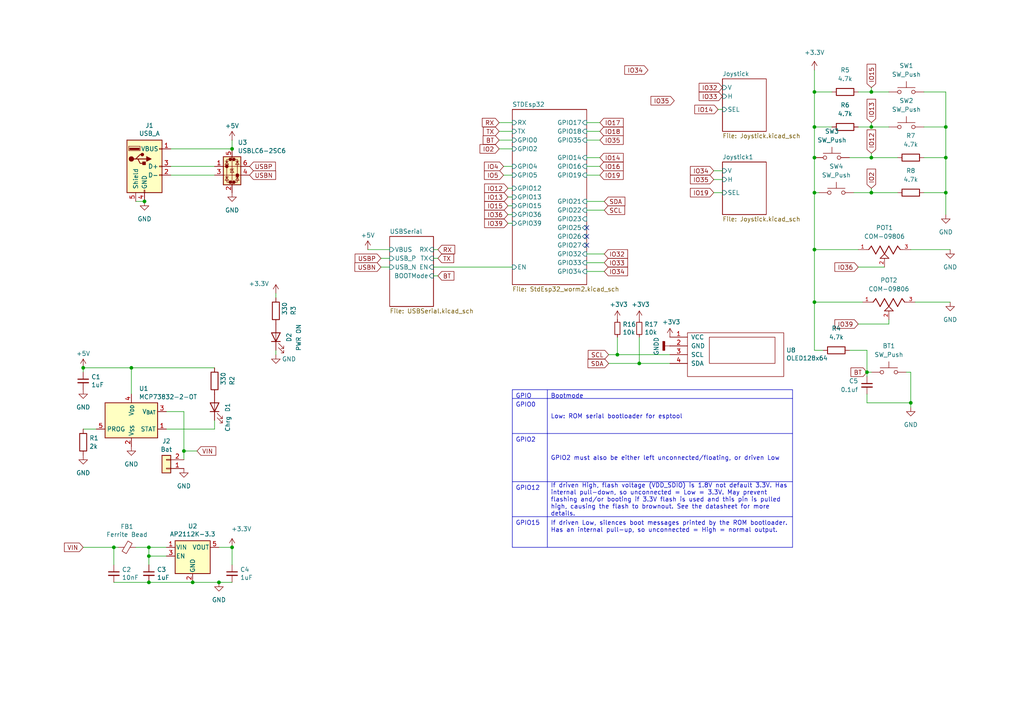
<source format=kicad_sch>
(kicad_sch (version 20250114) (generator "eeschema") (generator_version "9.0")
  (paper "A4")
  (title_block (title "Remote Control WIFI ESP32 S3") (date "2024-11-29"))
  (lib_symbols
    (symbol "+3.3V_1" (power) (pin_names (offset 0))
      (property "Value" "+3.3V_1" (at 0 3.556 0))
      (symbol "+3.3V_1_0_1"
        (polyline (pts (xy -0.762 1.27) (xy 0 2.54)))
        (polyline (pts (xy 0 2.54) (xy 0.762 1.27)))
        (polyline (pts (xy 0 0) (xy 0 2.54)))
      )
      (symbol "+3.3V_1_1_1"
        (pin power_in line (at 0 0 90) (length 0) (hide yes) (name "+3.3V") (number "1"))
      )
    )
    (symbol "+3.3V_3" (power) (pin_names (offset 0))
      (property "Value" "+3.3V_3" (at 0 3.556 0))
      (symbol "+3.3V_3_0_1"
        (polyline (pts (xy -0.762 1.27) (xy 0 2.54)))
        (polyline (pts (xy 0 2.54) (xy 0.762 1.27)))
        (polyline (pts (xy 0 0) (xy 0 2.54)))
      )
      (symbol "+3.3V_3_1_1"
        (pin power_in line (at 0 0 90) (length 0) (hide yes) (name "+3.3V") (number "1"))
      )
    )
    (symbol "Battery_Management:MCP73832-2-OT"
      (property "Reference" "U" (at -7.62 6.35 0))
      (property "Value" "MCP73832-2-OT" (at 1.27 6.35 0))
      (symbol "MCP73832-2-OT_0_1"
        (rectangle (start -7.62 5.08) (end 7.62 -5.08) (stroke (width 0.254)) (fill (type background)))
      )
      (symbol "MCP73832-2-OT_1_1"
        (pin input line (at -10.16 -2.54 0) (length 2.54) (name "PROG") (number "5"))
        (pin power_in line (at 0 7.62 270) (length 2.54) (name "V_{DD}") (number "4"))
        (pin power_in line (at 0 -7.62 90) (length 2.54) (name "V_{SS}") (number "2"))
        (pin power_out line (at 10.16 2.54 180) (length 2.54) (name "V_{BAT}") (number "3"))
        (pin open_collector line (at 10.16 -2.54 180) (length 2.54) (name "STAT") (number "1"))
      )
    )
    (symbol "Connector_Generic:Conn_01x02" (pin_names (offset 1.016) (hide yes))
      (property "Reference" "J" (at 0 2.54 0))
      (property "Value" "Conn_01x02" (at 0 -5.08 0))
      (symbol "Conn_01x02_1_1"
        (rectangle (start -1.27 1.27) (end 1.27 -3.81) (stroke (width 0.254)) (fill (type background)))
        (rectangle (start -1.27 0.127) (end 0 -0.127) (stroke (width 0.1524)))
        (rectangle (start -1.27 -2.413) (end 0 -2.667) (stroke (width 0.1524)))
        (pin passive line (at -5.08 0 0) (length 3.81) (name "Pin_1") (number "1"))
        (pin passive line (at -5.08 -2.54 0) (length 3.81) (name "Pin_2") (number "2"))
      )
    )
    (symbol "Device:C_Small" (pin_numbers (hide yes)) (pin_names (offset 0.254) (hide yes))
      (property "Reference" "C" (at 0.254 1.778 0))
      (property "Value" "C_Small" (at 0.254 -2.032 0))
      (symbol "C_Small_0_1"
        (polyline (pts (xy -1.524 0.508) (xy 1.524 0.508)) (stroke (width 0.3048)))
        (polyline (pts (xy -1.524 -0.508) (xy 1.524 -0.508)) (stroke (width 0.3302)))
      )
      (symbol "C_Small_1_1"
        (pin passive line (at 0 2.54 270) (length 2.032) (name "~") (number "1"))
        (pin passive line (at 0 -2.54 90) (length 2.032) (name "~") (number "2"))
      )
    )
    (symbol "Device:LED" (pin_numbers (hide yes)) (pin_names (offset 1.016) (hide yes))
      (property "Reference" "D" (at 0 2.54 0))
      (property "Value" "LED" (at 0 -2.54 0))
      (symbol "LED_0_1"
        (polyline (pts (xy -3.048 -0.762) (xy -4.572 -2.286) (xy -3.81 -2.286) (xy -4.572 -2.286) (xy -4.572 -1.524)))
        (polyline (pts (xy -1.778 -0.762) (xy -3.302 -2.286) (xy -2.54 -2.286) (xy -3.302 -2.286) (xy -3.302 -1.524)))
        (polyline (pts (xy -1.27 0) (xy 1.27 0)))
        (polyline (pts (xy -1.27 -1.27) (xy -1.27 1.27)) (stroke (width 0.254)))
        (polyline (pts (xy 1.27 -1.27) (xy 1.27 1.27) (xy -1.27 0) (xy 1.27 -1.27)) (stroke (width 0.254)))
      )
      (symbol "LED_1_1"
        (pin passive line (at -3.81 0 0) (length 2.54) (name "K") (number "1"))
        (pin passive line (at 3.81 0 180) (length 2.54) (name "A") (number "2"))
      )
    )
    (symbol "Device:R" (pin_numbers (hide yes)) (pin_names (offset 0))
      (property "Reference" "R" (at 2.032 0 90))
      (property "Value" "R" (at 0 0 90))
      (symbol "R_0_1"
        (rectangle (start -1.016 -2.54) (end 1.016 2.54) (stroke (width 0.254)))
      )
      (symbol "R_1_1"
        (pin passive line (at 0 3.81 270) (length 1.27) (name "~") (number "1"))
        (pin passive line (at 0 -3.81 90) (length 1.27) (name "~") (number "2"))
      )
    )
    (symbol "Device:R_Small" (pin_numbers (hide yes)) (pin_names (offset 0.254) (hide yes))
      (property "Reference" "R" (at 0 0 90))
      (property "Value" "R_Small" (at 1.778 0 90))
      (symbol "R_Small_0_1"
        (rectangle (start -0.762 1.778) (end 0.762 -1.778) (stroke (width 0.2032)))
      )
      (symbol "R_Small_1_1"
        (pin passive line (at 0 2.54 270) (length 0.762) (name "~") (number "1"))
        (pin passive line (at 0 -2.54 90) (length 0.762) (name "~") (number "2"))
      )
    )
    (symbol "Display:OLED128x64" (pin_names (offset 1.016))
      (property "Reference" "U" (at 3.81 1.27 0))
      (property "Value" "Display_OLED128x64" (at 12.7 1.27 0))
      (symbol "OLED128x64_0_1"
        (rectangle (start 5.08 0) (end 33.02 -12.7))
        (rectangle (start 11.43 -1.27) (end 30.48 -8.89))
      )
      (symbol "OLED128x64_1_1"
        (pin input line (at 0 -1.27 0) (length 5.08) (name "VCC") (number "1"))
        (pin input line (at 0 -3.81 0) (length 5.08) (name "GND") (number "2"))
        (pin input line (at 0 -6.35 0) (length 5.08) (name "SCL") (number "3"))
        (pin input line (at 0 -8.89 0) (length 5.08) (name "SDA") (number "4"))
      )
    )
    (symbol "GND_16" (power) (pin_names (offset 0))
      (property "Value" "GND_16" (at 0 -3.81 0))
      (symbol "GND_16_0_1"
        (polyline (pts (xy 0 0) (xy 0 -1.27) (xy 1.27 -1.27) (xy 0 -2.54) (xy -1.27 -1.27) (xy 0 -1.27)))
      )
      (symbol "GND_16_1_1"
        (pin power_in line (at 0 0 270) (length 0) (hide yes) (name "GND") (number "1"))
      )
    )
    (symbol "GND_20" (power) (pin_names (offset 0))
      (property "Value" "GND_20" (at 0 -3.81 0))
      (symbol "GND_20_0_1"
        (polyline (pts (xy 0 0) (xy 0 -1.27) (xy 1.27 -1.27) (xy 0 -2.54) (xy -1.27 -1.27) (xy 0 -1.27)))
      )
      (symbol "GND_20_1_1"
        (pin power_in line (at 0 0 270) (length 0) (hide yes) (name "GND") (number "1"))
      )
    )
    (symbol "GND_7" (power) (pin_names (offset 0))
      (property "Value" "GND_7" (at 0 -3.81 0))
      (symbol "GND_7_0_1"
        (polyline (pts (xy 0 0) (xy 0 -1.27) (xy 1.27 -1.27) (xy 0 -2.54) (xy -1.27 -1.27) (xy 0 -1.27)))
      )
      (symbol "GND_7_1_1"
        (pin power_in line (at 0 0 270) (length 0) (hide yes) (name "GND") (number "1"))
      )
    )
    (symbol "POT-COM_09806:COM-09806" (pin_names (offset 1.016))
      (property "Reference" "R" (at -5.08 5.08 0))
      (property "Value" "COM-09806" (at -5.08 2.54 0))
      (symbol "COM-09806_0_0"
        (polyline (pts (xy -5.08 0) (xy -4.572 0)) (stroke (width 0.1524)))
        (polyline (pts (xy -4.572 0) (xy -3.81 1.016)) (stroke (width 0.254)))
        (polyline (pts (xy -3.81 1.016) (xy -2.54 -1.27)) (stroke (width 0.254)))
        (polyline (pts (xy -2.54 -1.27) (xy -1.27 1.016)) (stroke (width 0.254)))
        (polyline (pts (xy -1.27 1.016) (xy 0 -1.27)) (stroke (width 0.254)))
        (polyline (pts (xy -1.27 -2.54) (xy 0 -1.27)) (stroke (width 0.2032)))
        (polyline (pts (xy 0 -1.27) (xy 1.27 1.016)) (stroke (width 0.254)))
        (polyline (pts (xy 0 -1.27) (xy 1.27 -2.54)) (stroke (width 0.2032)))
        (polyline (pts (xy 1.27 1.016) (xy 2.54 -1.27)) (stroke (width 0.254)))
        (polyline (pts (xy 1.27 -2.54) (xy -1.27 -2.54)) (stroke (width 0.2032)))
        (polyline (pts (xy 2.54 -1.27) (xy 3.81 1.016)) (stroke (width 0.254)))
        (polyline (pts (xy 3.81 1.016) (xy 4.572 0)) (stroke (width 0.254)))
        (polyline (pts (xy 4.572 0) (xy 5.08 0)) (stroke (width 0.1524)))
        (pin passive line (at -7.62 0 0) (length 2.54) (name "~") (number "1"))
        (pin passive line (at 0 -5.08 90) (length 2.54) (name "~") (number "2"))
        (pin passive line (at 7.62 0 180) (length 2.54) (name "~") (number "3"))
      )
    )
    (symbol "Power_Protection:USBLC6-2SC6" (pin_names (hide yes))
      (property "Reference" "U" (at 0.635 5.715 0))
      (property "Value" "USBLC6-2SC6" (at 0.635 3.81 0))
      (symbol "USBLC6-2SC6_0_0"
        (circle (center -1.524 0) (radius 0.0001) (stroke (width 0.508)))
        (circle (center -0.508 2.032) (radius 0.0001) (stroke (width 0.508)))
        (circle (center -0.508 -4.572) (radius 0.0001) (stroke (width 0.508)))
        (circle (center 0.508 2.032) (radius 0.0001) (stroke (width 0.508)))
        (circle (center 0.508 -4.572) (radius 0.0001) (stroke (width 0.508)))
        (circle (center 1.524 -2.54) (radius 0.0001) (stroke (width 0.508)))
      )
      (symbol "USBLC6-2SC6_0_1"
        (polyline (pts (xy -2.54 0) (xy 2.54 0)))
        (polyline (pts (xy -2.54 -2.54) (xy 2.54 -2.54)))
        (polyline (pts (xy -2.032 0.508) (xy -1.016 0.508) (xy -1.524 1.524) (xy -2.032 0.508)))
        (polyline (pts (xy -2.032 -3.048) (xy -1.016 -3.048)))
        (polyline (pts (xy -1.016 1.524) (xy -2.032 1.524)))
        (polyline (pts (xy -1.016 -4.064) (xy -2.032 -4.064) (xy -1.524 -3.048) (xy -1.016 -4.064)))
        (polyline (pts (xy -0.508 -1.143) (xy -0.508 -0.762) (xy 0.508 -0.762)))
        (polyline (pts (xy 0 2.54) (xy -0.508 2.032) (xy 0.508 2.032) (xy 0 1.524) (xy 0 -4.064) (xy -0.508 -4.572) (xy 0.508 -4.572) (xy 0 -5.08)))
        (polyline (pts (xy 0.508 -1.778) (xy -0.508 -1.778) (xy 0 -0.762) (xy 0.508 -1.778)))
        (polyline (pts (xy 1.016 1.524) (xy 2.032 1.524)))
        (polyline (pts (xy 1.016 -3.048) (xy 2.032 -3.048)))
        (polyline (pts (xy 2.032 0.508) (xy 1.016 0.508) (xy 1.524 1.524) (xy 2.032 0.508)))
        (polyline (pts (xy 2.032 -4.064) (xy 1.016 -4.064) (xy 1.524 -3.048) (xy 2.032 -4.064)))
      )
      (symbol "USBLC6-2SC6_1_1"
        (rectangle (start -2.54 2.794) (end 2.54 -5.334) (stroke (width 0.254)) (fill (type background)))
        (polyline (pts (xy -0.508 2.032) (xy -1.524 2.032) (xy -1.524 -4.572) (xy -0.508 -4.572)))
        (polyline (pts (xy 0.508 -4.572) (xy 1.524 -4.572) (xy 1.524 2.032) (xy 0.508 2.032)))
        (pin passive line (at -5.08 0 0) (length 2.54) (name "I/O1") (number "1"))
        (pin passive line (at -5.08 -2.54 0) (length 2.54) (name "I/O2") (number "3"))
        (pin passive line (at 0 5.08 270) (length 2.54) (name "VBUS") (number "5"))
        (pin passive line (at 0 -7.62 90) (length 2.54) (name "GND") (number "2"))
        (pin passive line (at 5.08 0 180) (length 2.54) (name "I/O1") (number "6"))
        (pin passive line (at 5.08 -2.54 180) (length 2.54) (name "I/O2") (number "4"))
      )
    )
    (symbol "Programmer-rescue:AP2112K-3.3-Regulator_Linear" (pin_names (offset 0.254))
      (property "Reference" "U" (at -5.08 5.715 0))
      (property "Value" "Regulator_Linear_AP2112K-3.3" (at 0 5.715 0))
      (symbol "AP2112K-3.3-Regulator_Linear_0_1"
        (rectangle (start -5.08 4.445) (end 5.08 -5.08) (stroke (width 0.254)) (fill (type background)))
      )
      (symbol "AP2112K-3.3-Regulator_Linear_1_1"
        (pin power_in line (at -7.62 2.54 0) (length 2.54) (name "VIN") (number "1"))
        (pin input line (at -7.62 0 0) (length 2.54) (name "EN") (number "3"))
        (pin power_in line (at 0 -7.62 90) (length 2.54) (name "GND") (number "2"))
        (pin power_out line (at 7.62 2.54 180) (length 2.54) (name "VOUT") (number "5"))
        (pin no_connect line (at 7.62 0 180) (length 2.54) (hide yes) (name "NC") (number "4"))
      )
    )
    (symbol "Programmer-rescue:Ferrite_Bead_Small-Device" (pin_numbers (hide yes)) (pin_names (offset 0))
      (property "Reference" "FB" (at 1.905 1.27 0))
      (property "Value" "Device_Ferrite_Bead_Small" (at 1.905 -1.27 0))
      (symbol "Ferrite_Bead_Small-Device_0_1"
        (polyline (pts (xy -1.8288 0.2794) (xy -1.1176 1.4986) (xy 1.8288 -0.2032) (xy 1.1176 -1.4224) (xy -1.8288 0.2794)))
        (polyline (pts (xy 0 0.889) (xy 0 1.2954)))
        (polyline (pts (xy 0 -1.27) (xy 0 -0.7874)))
      )
      (symbol "Ferrite_Bead_Small-Device_1_1"
        (pin passive line (at 0 2.54 270) (length 1.27) (name "~") (number "1"))
        (pin passive line (at 0 -2.54 90) (length 1.27) (name "~") (number "2"))
      )
    )
    (symbol "Programmer-rescue:USB_A-Connector" (pin_names (offset 1.016))
      (property "Reference" "J" (at -5.08 11.43 0))
      (property "Value" "Connector_USB_A" (at -5.08 8.89 0))
      (symbol "USB_A-Connector_0_1"
        (rectangle (start -5.08 -7.62) (end 5.08 7.62) (stroke (width 0.254)) (fill (type background)))
        (circle (center -3.81 2.159) (radius 0.635) (stroke (width 0.254)) (fill (type outline)))
        (polyline (pts (xy -3.175 2.159) (xy -2.54 2.159) (xy -1.27 3.429) (xy -0.635 3.429)) (stroke (width 0.254)))
        (polyline (pts (xy -2.54 2.159) (xy -1.905 2.159) (xy -1.27 0.889) (xy 0 0.889)) (stroke (width 0.254)))
        (rectangle (start -1.524 4.826) (end -4.318 5.334) (fill (type outline)))
        (rectangle (start -1.27 4.572) (end -4.572 5.842))
        (circle (center -0.635 3.429) (radius 0.381) (stroke (width 0.254)) (fill (type outline)))
        (rectangle (start -0.127 -7.62) (end 0.127 -6.858))
        (rectangle (start 0.254 1.27) (end -0.508 0.508) (stroke (width 0.254)) (fill (type outline)))
        (polyline (pts (xy 0.635 2.794) (xy 0.635 1.524) (xy 1.905 2.159) (xy 0.635 2.794)) (stroke (width 0.254)) (fill (type outline)))
        (rectangle (start 5.08 4.953) (end 4.318 5.207))
        (rectangle (start 5.08 -0.127) (end 4.318 0.127))
        (rectangle (start 5.08 -2.667) (end 4.318 -2.413))
      )
      (symbol "USB_A-Connector_1_1"
        (polyline (pts (xy -1.905 2.159) (xy 0.635 2.159)) (stroke (width 0.254)))
        (pin passive line (at -2.54 -10.16 90) (length 2.54) (name "Shield") (number "5"))
        (pin power_in line (at 0 -10.16 90) (length 2.54) (name "GND") (number "4"))
        (pin power_in line (at 7.62 5.08 180) (length 2.54) (name "VBUS") (number "1"))
        (pin passive line (at 7.62 0 180) (length 2.54) (name "D+") (number "3"))
        (pin passive line (at 7.62 -2.54 180) (length 2.54) (name "D-") (number "2"))
      )
    )
    (symbol "Switch:SW_Push" (pin_numbers (hide yes)) (pin_names (offset 1.016) (hide yes))
      (property "Reference" "SW" (at 1.27 2.54 0))
      (property "Value" "SW_Push" (at 0 -1.524 0))
      (symbol "SW_Push_0_1"
        (circle (center -2.032 0) (radius 0.508))
        (polyline (pts (xy 0 1.27) (xy 0 3.048)))
        (circle (center 2.032 0) (radius 0.508))
        (polyline (pts (xy 2.54 1.27) (xy -2.54 1.27)))
        (pin passive line (at -5.08 0 0) (length 2.54) (name "1") (number "1"))
        (pin passive line (at 5.08 0 180) (length 2.54) (name "2") (number "2"))
      )
    )
    (symbol "power:+3V3" (power) (pin_numbers (hide yes)) (pin_names (offset 0) (hide yes))
      (property "Value" "+3V3" (at 0 3.556 0))
      (symbol "+3V3_0_1"
        (polyline (pts (xy -0.762 1.27) (xy 0 2.54)))
        (polyline (pts (xy 0 2.54) (xy 0.762 1.27)))
        (polyline (pts (xy 0 0) (xy 0 2.54)))
      )
      (symbol "+3V3_1_1"
        (pin power_in line (at 0 0 90) (length 0) (name "~") (number "1"))
      )
    )
    (symbol "power:+5V" (power) (pin_numbers (hide yes)) (pin_names (offset 0) (hide yes))
      (property "Value" "+5V" (at 0 3.556 0))
      (symbol "+5V_0_1"
        (polyline (pts (xy -0.762 1.27) (xy 0 2.54)))
        (polyline (pts (xy 0 2.54) (xy 0.762 1.27)))
        (polyline (pts (xy 0 0) (xy 0 2.54)))
      )
      (symbol "+5V_1_1"
        (pin power_in line (at 0 0 90) (length 0) (name "~") (number "1"))
      )
    )
    (symbol "power:GND" (power) (pin_names (offset 0))
      (property "Value" "GND" (at 0 -3.81 0))
      (symbol "GND_0_1"
        (polyline (pts (xy 0 0) (xy 0 -1.27) (xy 1.27 -1.27) (xy 0 -2.54) (xy -1.27 -1.27) (xy 0 -1.27)))
      )
      (symbol "GND_1_1"
        (pin power_in line (at 0 0 270) (length 0) (hide yes) (name "GND") (number "1"))
      )
    )
    (symbol "power:GNDD" (power) (pin_numbers (hide yes)) (pin_names (offset 0) (hide yes))
      (property "Value" "GNDD" (at 0 -3.175 0))
      (symbol "GNDD_0_1"
        (rectangle (start -1.27 -1.524) (end 1.27 -2.032) (stroke (width 0.254)) (fill (type outline)))
        (polyline (pts (xy 0 0) (xy 0 -1.524)))
      )
      (symbol "GNDD_1_1"
        (pin power_in line (at 0 0 270) (length 0) (name "~") (number "1"))
      )
    )
  )
  (junction (at 179.07 102.87))
  (junction (at 53.34 130.81))
  (junction (at 252.73 55.88))
  (junction (at 236.22 36.83))
  (junction (at 236.22 72.39))
  (junction (at 252.73 26.67))
  (junction (at 236.22 87.63))
  (junction (at 38.1 106.68))
  (junction (at 55.88 168.91))
  (junction (at 274.32 45.72))
  (junction (at 24.13 106.68))
  (junction (at 251.46 107.95))
  (junction (at 41.91 58.42))
  (junction (at 43.18 168.91))
  (junction (at 252.73 36.83))
  (junction (at 33.02 158.75))
  (junction (at 252.73 45.72))
  (junction (at 43.18 161.29))
  (junction (at 67.31 43.18))
  (junction (at 236.22 55.88))
  (junction (at 236.22 26.67))
  (junction (at 63.5 168.91))
  (junction (at 43.18 158.75))
  (junction (at 67.31 158.75))
  (junction (at 264.16 116.84))
  (junction (at 274.32 55.88))
  (junction (at 185.42 105.41))
  (junction (at 236.22 45.72))
  (junction (at 274.32 36.83))
  (no_connect (at 556.26 -137.16))
  (no_connect (at 170.18 68.58))
  (no_connect (at 170.18 71.12))
  (no_connect (at 170.18 66.04))
  (wire (pts (xy 248.92 93.98) (xy 257.81 93.98)))
  (wire (pts (xy 39.37 58.42) (xy 41.91 58.42)))
  (wire (pts (xy 274.32 36.83) (xy 274.32 45.72)))
  (wire (pts (xy 48.26 119.38) (xy 53.34 119.38)))
  (wire (pts (xy 236.22 36.83) (xy 236.22 45.72)))
  (wire (pts (xy 43.18 158.75) (xy 43.18 161.29)))
  (wire (pts (xy 207.01 52.07) (xy 209.55 52.07)))
  (wire (pts (xy 144.78 38.1) (xy 148.59 38.1)))
  (wire (pts (xy 144.78 35.56) (xy 148.59 35.56)))
  (wire (pts (xy 170.18 35.56) (xy 173.99 35.56)))
  (wire (pts (xy 247.65 55.88) (xy 252.73 55.88)))
  (wire (pts (xy 236.22 55.88) (xy 236.22 72.39)))
  (wire (pts (xy 173.99 50.8) (xy 170.18 50.8)))
  (wire (pts (xy 147.32 59.69) (xy 148.59 59.69)))
  (wire (pts (xy 179.07 97.79) (xy 179.07 102.87)))
  (wire (pts (xy 24.13 124.46) (xy 27.94 124.46)))
  (wire (pts (xy 251.46 107.95) (xy 251.46 109.22)))
  (wire (pts (xy 62.23 121.92) (xy 62.23 124.46)))
  (wire (pts (xy 147.32 62.23) (xy 148.59 62.23)))
  (wire (pts (xy 207.01 49.53) (xy 209.55 49.53)))
  (wire (pts (xy 125.73 72.39) (xy 127 72.39)))
  (wire (pts (xy 267.97 36.83) (xy 274.32 36.83)))
  (wire (pts (xy 53.34 133.35) (xy 53.34 130.81)))
  (wire (pts (xy 173.99 48.26) (xy 170.18 48.26)))
  (wire (pts (xy 236.22 45.72) (xy 236.22 55.88)))
  (wire (pts (xy 38.1 106.68) (xy 38.1 114.3)))
  (wire (pts (xy 248.92 36.83) (xy 252.73 36.83)))
  (wire (pts (xy 63.5 168.91) (xy 55.88 168.91)))
  (wire (pts (xy 264.16 107.95) (xy 264.16 116.84)))
  (wire (pts (xy 67.31 168.91) (xy 63.5 168.91)))
  (wire (pts (xy 251.46 116.84) (xy 251.46 114.3)))
  (wire (pts (xy 147.32 57.15) (xy 148.59 57.15)))
  (wire (pts (xy 49.53 43.18) (xy 67.31 43.18)))
  (wire (pts (xy 275.59 87.63) (xy 265.43 87.63)))
  (wire (pts (xy 34.29 158.75) (xy 33.02 158.75)))
  (wire (pts (xy 236.22 26.67) (xy 241.3 26.67)))
  (wire (pts (xy 110.49 77.47) (xy 113.03 77.47)))
  (wire (pts (xy 49.53 48.26) (xy 62.23 48.26)))
  (wire (pts (xy 170.18 58.42) (xy 175.26 58.42)))
  (wire (pts (xy 267.97 26.67) (xy 274.32 26.67)))
  (wire (pts (xy 43.18 168.91) (xy 33.02 168.91)))
  (wire (pts (xy 252.73 44.45) (xy 252.73 45.72)))
  (wire (pts (xy 264.16 116.84) (xy 264.16 118.11)))
  (wire (pts (xy 173.99 45.72) (xy 170.18 45.72)))
  (wire (pts (xy 252.73 35.56) (xy 252.73 36.83)))
  (wire (pts (xy 246.38 45.72) (xy 252.73 45.72)))
  (wire (pts (xy 170.18 73.66) (xy 175.26 73.66)))
  (wire (pts (xy 24.13 106.68) (xy 24.13 107.95)))
  (wire (pts (xy 179.07 102.87) (xy 176.53 102.87)))
  (wire (pts (xy 146.05 50.8) (xy 148.59 50.8)))
  (wire (pts (xy 170.18 40.64) (xy 173.99 40.64)))
  (wire (pts (xy 170.18 78.74) (xy 175.26 78.74)))
  (wire (pts (xy 110.49 74.93) (xy 113.03 74.93)))
  (wire (pts (xy 125.73 80.01) (xy 127 80.01)))
  (wire (pts (xy 48.26 124.46) (xy 62.23 124.46)))
  (wire (pts (xy 208.28 31.75) (xy 209.55 31.75)))
  (wire (pts (xy 252.73 55.88) (xy 260.35 55.88)))
  (wire (pts (xy 62.23 106.68) (xy 38.1 106.68)))
  (wire (pts (xy 185.42 97.79) (xy 185.42 105.41)))
  (wire (pts (xy 144.78 40.64) (xy 148.59 40.64)))
  (wire (pts (xy 24.13 158.75) (xy 33.02 158.75)))
  (wire (pts (xy 236.22 87.63) (xy 250.19 87.63)))
  (wire (pts (xy 147.32 54.61) (xy 148.59 54.61)))
  (wire (pts (xy 238.76 101.6) (xy 236.22 101.6)))
  (wire (pts (xy 146.05 48.26) (xy 148.59 48.26)))
  (wire (pts (xy 194.31 105.41) (xy 185.42 105.41)))
  (wire (pts (xy 170.18 38.1) (xy 173.99 38.1)))
  (wire (pts (xy 236.22 26.67) (xy 236.22 36.83)))
  (wire (pts (xy 262.89 107.95) (xy 264.16 107.95)))
  (wire (pts (xy 67.31 40.64) (xy 67.31 43.18)))
  (wire (pts (xy 80.01 101.6) (xy 80.01 102.87)))
  (wire (pts (xy 43.18 168.91) (xy 55.88 168.91)))
  (wire (pts (xy 236.22 72.39) (xy 236.22 87.63)))
  (wire (pts (xy 252.73 26.67) (xy 257.81 26.67)))
  (wire (pts (xy 48.26 161.29) (xy 43.18 161.29)))
  (wire (pts (xy 257.81 93.98) (xy 257.81 92.71)))
  (wire (pts (xy 80.01 85.09) (xy 80.01 86.36)))
  (wire (pts (xy 264.16 72.39) (xy 275.59 72.39)))
  (wire (pts (xy 185.42 105.41) (xy 176.53 105.41)))
  (wire (pts (xy 274.32 55.88) (xy 274.32 62.23)))
  (wire (pts (xy 236.22 36.83) (xy 241.3 36.83)))
  (wire (pts (xy 236.22 72.39) (xy 248.92 72.39)))
  (wire (pts (xy 170.18 76.2) (xy 175.26 76.2)))
  (wire (pts (xy 252.73 36.83) (xy 257.81 36.83)))
  (wire (pts (xy 53.34 130.81) (xy 57.15 130.81)))
  (wire (pts (xy 39.37 158.75) (xy 43.18 158.75)))
  (wire (pts (xy 63.5 158.75) (xy 67.31 158.75)))
  (wire (pts (xy 48.26 158.75) (xy 43.18 158.75)))
  (wire (pts (xy 252.73 107.95) (xy 251.46 107.95)))
  (wire (pts (xy 43.18 161.29) (xy 43.18 163.83)))
  (wire (pts (xy 49.53 50.8) (xy 62.23 50.8)))
  (wire (pts (xy 274.32 26.67) (xy 274.32 36.83)))
  (wire (pts (xy 252.73 45.72) (xy 260.35 45.72)))
  (wire (pts (xy 236.22 55.88) (xy 237.49 55.88)))
  (wire (pts (xy 67.31 158.75) (xy 67.31 163.83)))
  (wire (pts (xy 236.22 20.32) (xy 236.22 26.67)))
  (wire (pts (xy 246.38 101.6) (xy 251.46 101.6)))
  (wire (pts (xy 252.73 25.4) (xy 252.73 26.67)))
  (wire (pts (xy 53.34 119.38) (xy 53.34 130.81)))
  (wire (pts (xy 274.32 55.88) (xy 267.97 55.88)))
  (wire (pts (xy 33.02 158.75) (xy 33.02 163.83)))
  (wire (pts (xy 274.32 45.72) (xy 274.32 55.88)))
  (wire (pts (xy 207.01 55.88) (xy 209.55 55.88)))
  (wire (pts (xy 251.46 116.84) (xy 264.16 116.84)))
  (wire (pts (xy 125.73 74.93) (xy 127 74.93)))
  (wire (pts (xy 170.18 60.96) (xy 175.26 60.96)))
  (wire (pts (xy 144.78 43.18) (xy 148.59 43.18)))
  (wire (pts (xy 236.22 87.63) (xy 236.22 101.6)))
  (wire (pts (xy 248.92 77.47) (xy 256.54 77.47)))
  (wire (pts (xy 125.73 77.47) (xy 148.59 77.47)))
  (wire (pts (xy 248.92 26.67) (xy 252.73 26.67)))
  (wire (pts (xy 267.97 45.72) (xy 274.32 45.72)))
  (wire (pts (xy 251.46 101.6) (xy 251.46 107.95)))
  (wire (pts (xy 106.68 72.39) (xy 113.03 72.39)))
  (wire (pts (xy 194.31 102.87) (xy 179.07 102.87)))
  (wire (pts (xy 147.32 64.77) (xy 148.59 64.77)))
  (wire (pts (xy 38.1 106.68) (xy 24.13 106.68)))
  (wire (pts (xy 252.73 54.61) (xy 252.73 55.88)))
  (table (column_count 2) (border (external yes) (header yes)) (separators (rows yes) (cols yes)) (column_widths 10.16 71.12) (row_heights 2.54 10.16 13.97 10.16 8.89) (cells (table_cell "GPIO" (at 148.59 113.03 0) (size 10.16 2.54) (margins 0.9525 0.9525 0.9525 0.9525) (span 1 1)) (table_cell "Bootmode" (at 158.75 113.03 0) (size 71.12 2.54) (margins 0.9525 0.9525 0.9525 0.9525) (span 1 1)) (table_cell "GPIO0" (at 148.59 115.57 0) (size 10.16 10.16) (margins 0.9525 0.9525 0.9525 0.9525) (span 1 1)) (table_cell "Low: ROM serial bootloader for esptool" (at 158.75 115.57 0) (size 71.12 10.16) (margins 0.9525 0.9525 0.9525 0.9525) (span 1 1)) (table_cell "GPIO2" (at 148.59 125.73 0) (size 10.16 13.97) (margins 0.9525 0.9525 0.9525 0.9525) (span 1 1)) (table_cell "GPIO2 must also be either left unconnected/floating, or driven Low" (at 158.75 125.73 0) (size 71.12 13.97) (margins 0.9525 0.9525 0.9525 0.9525) (span 1 1)) (table_cell "GPIO12 " (at 148.59 139.7 0) (size 10.16 10.16) (margins 0.9525 0.9525 0.9525 0.9525) (span 1 1)) (table_cell "If driven High, flash voltage (VDD_SDIO) is 1.8V not default 3.3V. Has internal pull-down, so unconnected = Low = 3.3V. May prevent flashing and/or booting if 3.3V flash is used and this pin is pulled high, causing the flash to brownout. See the datasheet for more details." (at 158.75 139.7 0) (size 71.12 10.16) (margins 0.9525 0.9525 0.9525 0.9525) (span 1 1)) (table_cell "GPIO15" (at 148.59 149.86 0) (size 10.16 8.89) (margins 0.9525 0.9525 0.9525 0.9525) (span 1 1)) (table_cell "If driven Low, silences boot messages printed by the ROM bootloader. Has an internal pull-up, so unconnected = High = normal output." (at 158.75 149.86 0) (size 71.12 8.89) (margins 0.9525 0.9525 0.9525 0.9525) (span 1 1))))
  (global_label "IO34" (shape input) (at 175.26 78.74 0) (property "Intersheetrefs" "${INTERSHEET_REFS}" (effects (hide yes))))
  (global_label "RX" (shape input) (at 144.78 35.56 180) (property "Intersheetrefs" "${INTERSHEET_REFS}" (effects (hide yes))))
  (global_label "IO15" (shape input) (at 147.32 59.69 180) (property "Intersheetrefs" "${INTERSHEET_REFS}" (effects (hide yes))))
  (global_label "USBN" (shape input) (at 72.39 50.8 0) (property "Intersheetrefs" "${INTERSHEET_REFS}" (effects (hide yes))))
  (global_label "USBP" (shape input) (at 72.39 48.26 0) (property "Intersheetrefs" "${INTERSHEET_REFS}" (effects (hide yes))))
  (global_label "IO12" (shape input) (at 147.32 54.61 180) (property "Intersheetrefs" "${INTERSHEET_REFS}" (effects (hide yes))))
  (global_label "SDA" (shape input) (at 175.26 58.42 0) (property "Intersheetrefs" "${INTERSHEET_REFS}" (effects (hide yes))))
  (global_label "IO14" (shape input) (at 208.28 31.75 180) (property "Intersheetrefs" "${INTERSHEET_REFS}" (effects (hide yes))))
  (global_label "IO35" (shape input) (at 207.01 52.07 180) (property "Intersheetrefs" "${INTERSHEET_REFS}" (effects (hide yes))))
  (global_label "IO34" (shape input) (at 207.01 49.53 180) (property "Intersheetrefs" "${INTERSHEET_REFS}" (effects (hide yes))))
  (global_label "IO2" (shape input) (at 252.73 54.61 90) (property "Intersheetrefs" "${INTERSHEET_REFS}" (effects (hide yes))))
  (global_label "IO13" (shape input) (at 147.32 57.15 180) (property "Intersheetrefs" "${INTERSHEET_REFS}" (effects (hide yes))))
  (global_label "IO5" (shape input) (at 146.05 50.8 180) (property "Intersheetrefs" "${INTERSHEET_REFS}" (effects (hide yes))))
  (global_label "IO15" (shape input) (at 252.73 25.4 90) (property "Intersheetrefs" "${INTERSHEET_REFS}" (effects (hide yes))))
  (global_label "IO33" (shape input) (at 209.55 27.94 180) (property "Intersheetrefs" "${INTERSHEET_REFS}" (effects (hide yes))))
  (global_label "BT" (shape input) (at 144.78 40.64 180) (property "Intersheetrefs" "${INTERSHEET_REFS}" (effects (hide yes))))
  (global_label "IO34" (shape input) (at 187.96 20.32 180) (property "Intersheetrefs" "${INTERSHEET_REFS}" (effects (hide yes))))
  (global_label "RX" (shape input) (at 127 72.39 0) (property "Intersheetrefs" "${INTERSHEET_REFS}" (effects (hide yes))))
  (global_label "VIN" (shape input) (at 24.13 158.75 180) (property "Intersheetrefs" "${INTERSHEET_REFS}" (effects (hide yes))))
  (global_label "IO16" (shape input) (at 173.99 48.26 0) (property "Intersheetrefs" "${INTERSHEET_REFS}" (effects (hide yes))))
  (global_label "IO35" (shape input) (at 195.58 29.21 180) (property "Intersheetrefs" "${INTERSHEET_REFS}" (effects (hide yes))))
  (global_label "USBN" (shape input) (at 110.49 77.47 180) (property "Intersheetrefs" "${INTERSHEET_REFS}" (effects (hide yes))))
  (global_label "IO19" (shape input) (at 207.01 55.88 180) (property "Intersheetrefs" "${INTERSHEET_REFS}" (effects (hide yes))))
  (global_label "IO32" (shape input) (at 175.26 73.66 0) (property "Intersheetrefs" "${INTERSHEET_REFS}" (effects (hide yes))))
  (global_label "SCL" (shape input) (at 176.53 102.87 180) (property "Intersheetrefs" "${INTERSHEET_REFS}" (effects (hide yes))))
  (global_label "IO18" (shape input) (at 173.99 38.1 0) (property "Intersheetrefs" "${INTERSHEET_REFS}" (effects (hide yes))))
  (global_label "IO39" (shape input) (at 147.32 64.77 180) (property "Intersheetrefs" "${INTERSHEET_REFS}" (effects (hide yes))))
  (global_label "IO32" (shape input) (at 209.55 25.4 180) (property "Intersheetrefs" "${INTERSHEET_REFS}" (effects (hide yes))))
  (global_label "TX" (shape input) (at 144.78 38.1 180) (property "Intersheetrefs" "${INTERSHEET_REFS}" (effects (hide yes))))
  (global_label "BT" (shape input) (at 127 80.01 0) (property "Intersheetrefs" "${INTERSHEET_REFS}" (effects (hide yes))))
  (global_label "IO14" (shape input) (at 173.99 45.72 0) (property "Intersheetrefs" "${INTERSHEET_REFS}" (effects (hide yes))))
  (global_label "SCL" (shape input) (at 175.26 60.96 0) (property "Intersheetrefs" "${INTERSHEET_REFS}" (effects (hide yes))))
  (global_label "IO39" (shape input) (at 248.92 93.98 180) (property "Intersheetrefs" "${INTERSHEET_REFS}" (effects (hide yes))))
  (global_label "BT" (shape input) (at 251.46 107.95 180) (property "Intersheetrefs" "${INTERSHEET_REFS}" (effects (hide yes))))
  (global_label "IO35" (shape input) (at 173.99 40.64 0) (property "Intersheetrefs" "${INTERSHEET_REFS}" (effects (hide yes))))
  (global_label "SDA" (shape input) (at 176.53 105.41 180) (property "Intersheetrefs" "${INTERSHEET_REFS}" (effects (hide yes))))
  (global_label "IO36" (shape input) (at 147.32 62.23 180) (property "Intersheetrefs" "${INTERSHEET_REFS}" (effects (hide yes))))
  (global_label "IO36" (shape input) (at 248.92 77.47 180) (property "Intersheetrefs" "${INTERSHEET_REFS}" (effects (hide yes))))
  (global_label "IO13" (shape input) (at 252.73 35.56 90) (property "Intersheetrefs" "${INTERSHEET_REFS}" (effects (hide yes))))
  (global_label "VIN" (shape input) (at 57.15 130.81 0) (property "Intersheetrefs" "${INTERSHEET_REFS}" (effects (hide yes))))
  (global_label "IO33" (shape input) (at 175.26 76.2 0) (property "Intersheetrefs" "${INTERSHEET_REFS}" (effects (hide yes))))
  (global_label "IO12" (shape input) (at 252.73 44.45 90) (property "Intersheetrefs" "${INTERSHEET_REFS}" (effects (hide yes))))
  (global_label "TX" (shape input) (at 127 74.93 0) (property "Intersheetrefs" "${INTERSHEET_REFS}" (effects (hide yes))))
  (global_label "USBP" (shape input) (at 110.49 74.93 180) (property "Intersheetrefs" "${INTERSHEET_REFS}" (effects (hide yes))))
  (global_label "IO2" (shape input) (at 144.78 43.18 180) (property "Intersheetrefs" "${INTERSHEET_REFS}" (effects (hide yes))))
  (global_label "IO17" (shape input) (at 173.99 35.56 0) (property "Intersheetrefs" "${INTERSHEET_REFS}" (effects (hide yes))))
  (global_label "IO19" (shape input) (at 173.99 50.8 0) (property "Intersheetrefs" "${INTERSHEET_REFS}" (effects (hide yes))))
  (global_label "IO4" (shape input) (at 146.05 48.26 180) (property "Intersheetrefs" "${INTERSHEET_REFS}" (effects (hide yes))))
  (symbol (lib_id "power:+3V3") (at 194.31 97.79 0) (unit 1)
    (property "Reference" "#PWR0102" (effects (hide yes)))
    (property "Value" "+3V3" (at 194.691 93.3958 0))
  )
  (symbol (lib_id "power:GNDD") (at 194.31 100.33 270) (unit 1)
    (property "Reference" "#PWR0117" (effects (hide yes)))
    (property "Value" "GNDD" (at 190.373 100.4316 0))
  )
  (symbol (lib_id "power:+3V3") (at 185.42 92.71 0) (unit 1)
    (property "Reference" "#PWR0118" (effects (hide yes)))
    (property "Value" "+3V3" (at 185.801 88.3158 0))
  )
  (symbol (lib_id "power:+3V3") (at 179.07 92.71 0) (unit 1)
    (property "Reference" "#PWR0119" (effects (hide yes)))
    (property "Value" "+3V3" (at 179.451 88.3158 0))
  )
  (symbol (lib_name "GND_16") (lib_id "power:GND") (at 80.01 102.87 0) (unit 1)
    (property "Reference" "#PWR012" (effects (hide yes)))
    (property "Value" "GND" (at 83.82 104.14 0))
  )
  (symbol (lib_id "Programmer-rescue:Ferrite_Bead_Small-Device") (at 36.83 158.75 270) (unit 1)
    (property "Reference" "FB1" (at 36.83 152.7302 90))
    (property "Value" "Ferrite Bead" (at 36.83 155.0416 90))
    (property "Footprint" "Inductor_SMD:L_0603_1608Metric" (effects (hide yes)))
  )
  (symbol (lib_name "+3.3V_3") (lib_id "power:+3.3V") (at 236.22 20.32 0) (unit 1)
    (property "Reference" "#PWR014" (effects (hide yes)))
    (property "Value" "+3.3V" (at 236.22 15.24 0))
  )
  (symbol (lib_id "Device:R_Small") (at 179.07 95.25 0) (unit 1)
    (property "Reference" "R16" (at 180.5686 94.0816 0) (effects (justify left)))
    (property "Value" "10k" (at 180.5686 96.393 0) (effects (justify left)))
    (property "Footprint" "Resistor_SMD:R_0805_2012Metric" (effects (hide yes)))
  )
  (symbol (lib_name "GND_7") (lib_id "power:GND") (at 67.31 55.88 0) (unit 1)
    (property "Reference" "#PWR09" (effects (hide yes)))
    (property "Value" "GND" (at 67.31 60.96 0))
  )
  (symbol (lib_name "GND_7") (lib_id "power:GND") (at 24.13 113.03 0) (unit 1)
    (property "Reference" "#PWR02" (effects (hide yes)))
    (property "Value" "GND" (at 24.13 118.11 0))
  )
  (symbol (lib_name "+3.3V_1") (lib_id "power:+3.3V") (at 67.31 158.75 0) (unit 1)
    (property "Reference" "#PWR010" (effects (hide yes)))
    (property "Value" "+3.3V" (at 67.056 153.416 0) (effects (justify left)))
  )
  (symbol (lib_id "Switch:SW_Push") (at 241.3 45.72 0) (unit 1)
    (property "Reference" "SW3" (at 241.3 38.1 0))
    (property "Value" "SW_Push" (at 241.3 40.64 0))
    (property "Footprint" "Button_Switch_SMD:SW_SPST_PTS645" (effects (hide yes)))
  )
  (symbol (lib_id "POT-COM_09806:COM-09806") (at 256.54 72.39 0) (unit 1)
    (property "Reference" "POT1" (at 256.54 66.04 0))
    (property "Value" "COM-09806" (at 256.54 68.58 0))
    (property "Footprint" "GL_Diverse:POT-COM_09806" (effects (hide yes)))
    (property "PARTREV" "N/A" (effects (hide yes)))
    (property "STANDARD" "Manufacturer Recommendations" (effects (hide yes)))
    (property "MAXIMUM_PACKAGE_HEIGHT" "5.08 mm" (effects (hide yes)))
    (property "MANUFACTURER" "Sparkfun" (effects (hide yes)))
    (property "LINK" "https://www.digikey.com/en/products/detail/sparkfun-electronics/COM-09806/7319606?s=N4IgTCBcDaIMIHkCyBaADATgBxoGwgF0BfIA" (effects (hide yes)))
  )
  (symbol (lib_id "Device:R") (at 245.11 26.67 90) (unit 1)
    (property "Reference" "R5" (at 245.11 20.32 90))
    (property "Value" "4.7k" (at 245.11 22.86 90))
    (property "Footprint" "Resistor_SMD:R_0603_1608Metric" (effects (hide yes)))
    (property "LINK" "https://www.digikey.com/en/products/detail/vishay-dale/CRCW08054K70FKEAC/7928553" (effects (hide yes)))
  )
  (symbol (lib_name "GND_7") (lib_id "power:GND") (at 63.5 168.91 0) (unit 1)
    (property "Reference" "#PWR07" (effects (hide yes)))
    (property "Value" "GND" (at 63.5 173.99 0))
  )
  (symbol (lib_id "Device:R") (at 264.16 45.72 90) (unit 1)
    (property "Reference" "R7" (at 264.16 39.37 90))
    (property "Value" "4.7k" (at 264.16 41.91 90))
    (property "Footprint" "Resistor_SMD:R_0603_1608Metric" (effects (hide yes)))
    (property "LINK" "https://www.digikey.com/en/products/detail/vishay-dale/CRCW08054K70FKEAC/7928553" (effects (hide yes)))
  )
  (symbol (lib_id "Device:R_Small") (at 185.42 95.25 0) (unit 1)
    (property "Reference" "R17" (at 186.9186 94.0816 0) (effects (justify left)))
    (property "Value" "10k" (at 186.9186 96.393 0) (effects (justify left)))
    (property "Footprint" "Resistor_SMD:R_0805_2012Metric" (effects (hide yes)))
  )
  (symbol (lib_id "Display:OLED128x64") (at 194.31 96.52 0) (unit 1)
    (property "Reference" "U8" (at 228.0412 101.5746 0) (effects (justify left)))
    (property "Value" "OLED128x64" (at 228.0412 103.886 0) (effects (justify left)))
    (property "Footprint" "GL_Display:1.3 IIC display" (effects (hide yes)))
    (property "Datasheet" "https://arduinotech.dk/shop/1-3-spi-i2c-serial-128x64-oled-lcd-display-module/" (effects (hide yes)))
  )
  (symbol (lib_id "Programmer-rescue:USB_A-Connector") (at 41.91 48.26 0) (unit 1)
    (property "Reference" "J1" (at 43.3578 36.3982 0))
    (property "Value" "USB_A" (at 43.3578 38.7096 0))
    (property "Footprint" "Connector_USB:USB_Mini-B_Wuerth_65100516121_Horizontal" (effects (hide yes)))
    (property "Datasheet" " ~" (effects (hide yes)))
  )
  (symbol (lib_name "GND_7") (lib_id "power:GND") (at 53.34 135.89 0) (unit 1)
    (property "Reference" "#PWR06" (effects (hide yes)))
    (property "Value" "GND" (at 53.34 140.97 0))
  )
  (symbol (lib_id "power:GND") (at 274.32 62.23 0) (unit 1)
    (property "Reference" "#PWR016" (effects (hide yes)))
    (property "Value" "GND" (at 274.32 67.31 0))
  )
  (symbol (lib_id "Device:C_Small") (at 24.13 110.49 0) (unit 1)
    (property "Reference" "C1" (at 26.4668 109.3216 0) (effects (justify left)))
    (property "Value" "1uF" (at 26.4668 111.633 0) (effects (justify left)))
    (property "Footprint" "Capacitor_SMD:C_0603_1608Metric" (effects (hide yes)))
  )
  (symbol (lib_id "Battery_Management:MCP73832-2-OT") (at 38.1 121.92 0) (unit 1)
    (property "Reference" "U1" (at 40.2941 112.6955 0) (effects (justify left)))
    (property "Value" "MCP73832-2-OT" (at 40.2941 115.1198 0) (effects (justify left)))
    (property "Footprint" "Package_TO_SOT_SMD:SOT-23-5" (effects (hide yes)))
    (property "Datasheet" "http://ww1.microchip.com/downloads/en/DeviceDoc/20001984g.pdf" (effects (hide yes)))
    (property "Description" "Single cell, Li-Ion/Li-Po charge management controller, 4.20V, Open-Drain Status Output, in SOT23-5 package" (effects (hide yes)))
  )
  (symbol (lib_name "GND_7") (lib_id "power:GND") (at 38.1 129.54 0) (unit 1)
    (property "Reference" "#PWR04" (effects (hide yes)))
    (property "Value" "GND" (at 38.1 134.62 0))
  )
  (symbol (lib_id "Device:LED") (at 80.01 97.79 90) (unit 1)
    (property "Reference" "D2" (at 83.82 96.52 0) (effects (justify right)))
    (property "Value" "PWR ON" (at 86.614 93.98 0) (effects (justify right)))
    (property "Footprint" "LED_SMD:LED_0805_2012Metric" (effects (hide yes)))
    (property "LINK" "https://www.digikey.com/en/products/detail/w%C3%BCrth-elektronik/150080VS75000/4489924" (effects (hide yes)))
  )
  (symbol (lib_id "power:+5V") (at 106.68 72.39 0) (unit 1)
    (property "Reference" "#PWR013" (effects (hide yes)))
    (property "Value" "+5V" (at 106.68 68.2569 0))
    (property "Description" "Power symbol creates a global label with name \"+5V\"" (effects (hide yes)))
  )
  (symbol (lib_name "GND_7") (lib_id "power:GND") (at 24.13 132.08 0) (unit 1)
    (property "Reference" "#PWR03" (effects (hide yes)))
    (property "Value" "GND" (at 24.13 137.16 0))
  )
  (symbol (lib_id "Device:C_Small") (at 67.31 166.37 0) (unit 1)
    (property "Reference" "C4" (at 69.6468 165.2016 0) (effects (justify left)))
    (property "Value" "1uF" (at 69.6468 167.513 0) (effects (justify left)))
    (property "Footprint" "Capacitor_SMD:C_0603_1608Metric" (effects (hide yes)))
  )
  (symbol (lib_id "Switch:SW_Push") (at 262.89 36.83 0) (unit 1)
    (property "Reference" "SW2" (at 262.89 29.21 0))
    (property "Value" "SW_Push" (at 262.89 31.75 0))
    (property "Footprint" "Button_Switch_THT:SW_Tactile_SPST_Angled_PTS645Vx39-2LFS" (effects (hide yes)))
    (property "LINK" "https://www.digikey.com/en/products/detail/c-k/PTS645VH83-2-LFS/1146776" (effects (hide yes)))
  )
  (symbol (lib_id "power:GND") (at 275.59 72.39 0) (unit 1)
    (property "Reference" "#PWR017" (effects (hide yes)))
    (property "Value" "GND" (at 275.59 77.47 0))
  )
  (symbol (lib_id "Device:C_Small") (at 43.18 166.37 0) (unit 1)
    (property "Reference" "C3" (at 45.5168 165.2016 0) (effects (justify left)))
    (property "Value" "1uF" (at 45.5168 167.513 0) (effects (justify left)))
    (property "Footprint" "Capacitor_SMD:C_0603_1608Metric" (effects (hide yes)))
  )
  (symbol (lib_id "Device:R") (at 264.16 55.88 90) (unit 1)
    (property "Reference" "R8" (at 264.16 49.53 90))
    (property "Value" "4.7k" (at 264.16 52.07 90))
    (property "Footprint" "Resistor_SMD:R_0603_1608Metric" (effects (hide yes)))
    (property "LINK" "https://www.digikey.com/en/products/detail/vishay-dale/CRCW08054K70FKEAC/7928553" (effects (hide yes)))
  )
  (symbol (lib_id "Device:LED") (at 62.23 118.11 90) (unit 1)
    (property "Reference" "D1" (at 66.04 116.84 0) (effects (justify right)))
    (property "Value" "Chrg" (at 66.04 120.65 0) (effects (justify right)))
    (property "Footprint" "LED_SMD:LED_0805_2012Metric" (effects (hide yes)))
    (property "LINK" "https://www.digikey.com/en/products/detail/w%C3%BCrth-elektronik/150080VS75000/4489924" (effects (hide yes)))
  )
  (symbol (lib_id "Device:R") (at 24.13 128.27 0) (unit 1)
    (property "Reference" "R1" (at 25.908 127.0578 0) (effects (justify left)))
    (property "Value" "2k" (at 25.908 129.4821 0) (effects (justify left)))
    (property "Footprint" "Resistor_SMD:R_0603_1608Metric" (effects (hide yes)))
    (property "LINK" "https://www.digikey.com/en/products/detail/vishay-dale/CRCW08054K70FKEAC/7928553" (effects (hide yes)))
  )
  (symbol (lib_id "power:+5V") (at 67.31 40.64 0) (unit 1)
    (property "Reference" "#PWR08" (effects (hide yes)))
    (property "Value" "+5V" (at 67.31 36.5069 0))
    (property "Description" "Power symbol creates a global label with name \"+5V\"" (effects (hide yes)))
  )
  (symbol (lib_id "Device:R") (at 242.57 101.6 90) (unit 1)
    (property "Reference" "R4" (at 242.57 95.25 90))
    (property "Value" "4.7k" (at 242.57 97.79 90))
    (property "Footprint" "Resistor_SMD:R_0603_1608Metric" (effects (hide yes)))
    (property "LINK" "https://www.digikey.com/en/products/detail/vishay-dale/CRCW08054K70FKEAC/7928553" (effects (hide yes)))
  )
  (symbol (lib_id "Device:R") (at 62.23 110.49 0) (unit 1)
    (property "Reference" "R2" (at 67.31 111.76 90) (effects (justify left)))
    (property "Value" "330" (at 64.77 111.76 90) (effects (justify left)))
    (property "Footprint" "Resistor_SMD:R_0603_1608Metric" (effects (hide yes)))
    (property "LINK" "https://www.digikey.com/en/products/detail/yageo/RC0805FR-073K3L/727813" (effects (hide yes)))
  )
  (symbol (lib_id "Programmer-rescue:AP2112K-3.3-Regulator_Linear") (at 55.88 161.29 0) (unit 1)
    (property "Reference" "U2" (at 55.88 152.6032 0))
    (property "Value" "AP2112K-3.3" (at 55.88 154.9146 0))
    (property "Footprint" "Package_TO_SOT_SMD:SOT-23-5" (effects (hide yes)))
    (property "Datasheet" "https://www.diodes.com/assets/Datasheets/AP2112.pdf" (effects (hide yes)))
  )
  (symbol (lib_name "GND_7") (lib_id "power:GND") (at 41.91 58.42 0) (unit 1)
    (property "Reference" "#PWR05" (effects (hide yes)))
    (property "Value" "GND" (at 41.91 63.5 0))
  )
  (symbol (lib_id "power:GND") (at 275.59 87.63 0) (unit 1)
    (property "Reference" "#PWR018" (effects (hide yes)))
    (property "Value" "GND" (at 275.59 92.71 0))
  )
  (symbol (lib_id "Switch:SW_Push") (at 262.89 26.67 0) (unit 1)
    (property "Reference" "SW1" (at 262.89 19.05 0))
    (property "Value" "SW_Push" (at 262.89 21.59 0))
    (property "Footprint" "Button_Switch_THT:SW_Tactile_SPST_Angled_PTS645Vx39-2LFS" (effects (hide yes)))
    (property "LINK" "https://www.digikey.com/en/products/detail/c-k/PTS645VH83-2-LFS/1146776" (effects (hide yes)))
  )
  (symbol (lib_name "GND_20") (lib_id "power:GND") (at 264.16 118.11 0) (mirror y) (unit 1)
    (property "Reference" "#PWR015" (effects (hide yes)))
    (property "Value" "GND" (at 264.16 123.19 0))
  )
  (symbol (lib_id "Device:R") (at 80.01 90.17 0) (unit 1)
    (property "Reference" "R3" (at 85.09 91.44 90) (effects (justify left)))
    (property "Value" "330" (at 82.55 91.44 90) (effects (justify left)))
    (property "Footprint" "Resistor_SMD:R_0603_1608Metric" (effects (hide yes)))
    (property "LINK" "https://www.digikey.com/en/products/detail/yageo/RC0805FR-073K3L/727813" (effects (hide yes)))
  )
  (symbol (lib_id "POT-COM_09806:COM-09806") (at 257.81 87.63 0) (unit 1)
    (property "Reference" "POT2" (at 257.81 81.28 0))
    (property "Value" "COM-09806" (at 257.81 83.82 0))
    (property "Footprint" "GL_Diverse:POT-COM_09806" (effects (hide yes)))
    (property "PARTREV" "N/A" (effects (hide yes)))
    (property "STANDARD" "Manufacturer Recommendations" (effects (hide yes)))
    (property "MAXIMUM_PACKAGE_HEIGHT" "5.08 mm" (effects (hide yes)))
    (property "MANUFACTURER" "Sparkfun" (effects (hide yes)))
    (property "LINK" "https://www.digikey.com/en/products/detail/sparkfun-electronics/COM-09806/7319606?s=N4IgTCBcDaIMIHkCyBaADATgBxoGwgF0BfIA" (effects (hide yes)))
  )
  (symbol (lib_id "Device:C_Small") (at 251.46 111.76 0) (mirror y) (unit 1)
    (property "Reference" "C5" (at 248.92 110.4963 0) (effects (justify left)))
    (property "Value" "0.1uf" (at 248.92 113.0363 0) (effects (justify left)))
    (property "Footprint" "Capacitor_SMD:C_0603_1608Metric" (effects (hide yes)))
    (property "LINK" "https://www.digikey.com/en/products/detail/samsung-electro-mechanics/CL21B104KBCNNNC/3886661" (effects (hide yes)))
  )
  (symbol (lib_id "Switch:SW_Push") (at 242.57 55.88 0) (unit 1)
    (property "Reference" "SW4" (at 242.57 48.26 0))
    (property "Value" "SW_Push" (at 242.57 50.8 0))
    (property "Footprint" "Button_Switch_SMD:SW_SPST_PTS645" (effects (hide yes)))
  )
  (symbol (lib_id "power:+5V") (at 24.13 106.68 0) (unit 1)
    (property "Reference" "#PWR01" (effects (hide yes)))
    (property "Value" "+5V" (at 24.13 102.5469 0))
    (property "Description" "Power symbol creates a global label with name \"+5V\"" (effects (hide yes)))
  )
  (symbol (lib_id "Device:C_Small") (at 33.02 166.37 0) (unit 1)
    (property "Reference" "C2" (at 35.3568 165.2016 0) (effects (justify left)))
    (property "Value" "10nF" (at 35.3568 167.513 0) (effects (justify left)))
    (property "Footprint" "Capacitor_SMD:C_0603_1608Metric" (effects (hide yes)))
  )
  (symbol (lib_id "Switch:SW_Push") (at 257.81 107.95 0) (mirror y) (unit 1)
    (property "Reference" "BT1" (at 257.81 100.33 0))
    (property "Value" "SW_Push" (at 257.81 102.87 0))
    (property "Footprint" "Button_Switch_SMD:SW_SPST_PTS645" (effects (hide yes)))
    (property "LINK" "https://www.digikey.com/en/products/detail/c-k/PTS636-SK25-SMTR-LFS/10071735?s=N4IgTCBcDaIAoBUDKA2AzCpBpMBWJAsggEoAyAYkiALoC%2BQA" (effects (hide yes)))
  )
  (symbol (lib_id "Device:R") (at 245.11 36.83 90) (unit 1)
    (property "Reference" "R6" (at 245.11 30.48 90))
    (property "Value" "4.7k" (at 245.11 33.02 90))
    (property "Footprint" "Resistor_SMD:R_0603_1608Metric" (effects (hide yes)))
    (property "LINK" "https://www.digikey.com/en/products/detail/vishay-dale/CRCW08054K70FKEAC/7928553" (effects (hide yes)))
  )
  (symbol (lib_name "+3.3V_1") (lib_id "power:+3.3V") (at 80.01 85.09 0) (unit 1)
    (property "Reference" "#PWR011" (effects (hide yes)))
    (property "Value" "+3.3V" (at 72.136 82.296 0) (effects (justify left)))
  )
  (symbol (lib_id "Power_Protection:USBLC6-2SC6") (at 67.31 48.26 0) (unit 1)
    (property "Reference" "U3" (at 68.9611 41.3215 0) (effects (justify left)))
    (property "Value" "USBLC6-2SC6" (at 68.9611 43.7458 0) (effects (justify left)))
    (property "Footprint" "Package_TO_SOT_SMD:SOT-23-6" (effects (hide yes)))
    (property "Datasheet" "https://www.st.com/resource/en/datasheet/usblc6-2.pdf" (effects (hide yes)))
    (property "Description" "Very low capacitance ESD protection diode, 2 data-line, SOT-23-6" (effects (hide yes)))
  )
  (symbol (lib_id "Connector_Generic:Conn_01x02") (at 48.26 135.89 180) (unit 1)
    (property "Reference" "J2" (at 48.26 127.9355 0))
    (property "Value" "Bat" (at 48.26 130.3598 0))
    (property "Footprint" "Connector_Molex:Molex_Micro-Fit_3.0_43650-0215_1x02_P3.00mm_Vertical" (effects (hide yes)))
    (property "Description" "Generic connector, single row, 01x02, script generated (kicad-library-utils/schlib/autogen/connector/)" (effects (hide yes)))
  )
  (sheet (at 113.03 68.58) (size 12.7 20.32) (stroke (width 0.1524))
    (property "Sheetname" "USBSerial" (at 113.03 67.8684 0) (effects (justify left bottom)))
    (property "Sheetfile" "USBSerial.kicad_sch" (at 113.03 89.4846 0) (effects (justify left top)))
    (pin "VBUS" input (at 113.03 72.39 180))
    (pin "USB_P" input (at 113.03 74.93 180))
    (pin "RX" input (at 125.73 72.39 0))
    (pin "TX" input (at 125.73 74.93 0))
    (pin "USB_N" input (at 113.03 77.47 180))
    (pin "EN" input (at 125.73 77.47 0))
    (pin "BOOTMode" input (at 125.73 80.01 0))
  )
  (sheet (at 209.55 22.86) (size 12.7 15.24) (stroke (width 0.1524))
    (property "Sheetname" "Joystick" (at 209.55 22.1484 0) (effects (justify left bottom)))
    (property "Sheetfile" "Joystick.kicad_sch" (at 209.55 38.6846 0) (effects (justify left top)))
    (pin "SEL" input (at 209.55 31.75 180))
    (pin "H" input (at 209.55 27.94 180))
    (pin "V" input (at 209.55 25.4 180))
  )
  (sheet (at 209.55 46.99) (size 12.7 15.24) (stroke (width 0.1524))
    (property "Sheetname" "Joystick1" (at 209.55 46.2784 0) (effects (justify left bottom)))
    (property "Sheetfile" "Joystick.kicad_sch" (at 209.55 62.8146 0) (effects (justify left top)))
    (pin "SEL" input (at 209.55 55.88 180))
    (pin "H" input (at 209.55 52.07 180))
    (pin "V" input (at 209.55 49.53 180))
  )
  (sheet (at 148.59 31.75) (size 21.59 50.8) (stroke (width 0.1524))
    (property "Sheetname" "STDEsp32" (at 148.59 31.0384 0) (effects (justify left bottom)))
    (property "Sheetfile" "StdEsp32_worm2.kicad_sch" (at 148.59 83.1346 0) (effects (justify left top)))
    (pin "GPIO0" input (at 148.59 40.64 180))
    (pin "GPIO2" input (at 148.59 43.18 180))
    (pin "GPIO4" input (at 148.59 48.26 180))
    (pin "GPIO5" input (at 148.59 50.8 180))
    (pin "RX" input (at 148.59 35.56 180))
    (pin "TX" input (at 148.59 38.1 180))
    (pin "EN" input (at 148.59 77.47 180))
    (pin "GPIO14" input (at 170.18 45.72 0))
    (pin "GPIO16" input (at 170.18 48.26 0))
    (pin "GPIO35" input (at 170.18 40.64 0))
    (pin "GPIO18" input (at 170.18 38.1 0))
    (pin "GPIO17" input (at 170.18 35.56 0))
    (pin "GPIO13" input (at 148.59 57.15 180))
    (pin "GPIO15" input (at 148.59 59.69 180))
    (pin "GPIO12" input (at 148.59 54.61 180))
    (pin "GPIO19" input (at 170.18 50.8 0))
    (pin "GPIO21" input (at 170.18 58.42 0))
    (pin "GPIO22" input (at 170.18 60.96 0))
    (pin "GPIO23" input (at 170.18 63.5 0))
    (pin "GPIO25" input (at 170.18 66.04 0))
    (pin "GPIO26" input (at 170.18 68.58 0))
    (pin "GPIO27" input (at 170.18 71.12 0))
    (pin "GPIO32" input (at 170.18 73.66 0))
    (pin "GPIO33" input (at 170.18 76.2 0))
    (pin "GPIO34" input (at 170.18 78.74 0))
    (pin "GPIO36" input (at 148.59 62.23 180))
    (pin "GPIO39" input (at 148.59 64.77 180))
  )
)
</source>
